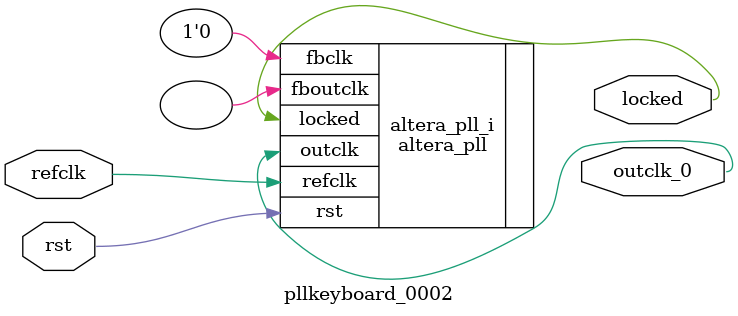
<source format=v>
`timescale 1ns/10ps
module  pllkeyboard_0002(

	// interface 'refclk'
	input wire refclk,

	// interface 'reset'
	input wire rst,

	// interface 'outclk0'
	output wire outclk_0,

	// interface 'locked'
	output wire locked
);

	altera_pll #(
		.fractional_vco_multiplier("false"),
		.reference_clock_frequency("50.0 MHz"),
		.operation_mode("direct"),
		.number_of_clocks(1),
		.output_clock_frequency0("50.000000 MHz"),
		.phase_shift0("0 ps"),
		.duty_cycle0(50),
		.output_clock_frequency1("0 MHz"),
		.phase_shift1("0 ps"),
		.duty_cycle1(50),
		.output_clock_frequency2("0 MHz"),
		.phase_shift2("0 ps"),
		.duty_cycle2(50),
		.output_clock_frequency3("0 MHz"),
		.phase_shift3("0 ps"),
		.duty_cycle3(50),
		.output_clock_frequency4("0 MHz"),
		.phase_shift4("0 ps"),
		.duty_cycle4(50),
		.output_clock_frequency5("0 MHz"),
		.phase_shift5("0 ps"),
		.duty_cycle5(50),
		.output_clock_frequency6("0 MHz"),
		.phase_shift6("0 ps"),
		.duty_cycle6(50),
		.output_clock_frequency7("0 MHz"),
		.phase_shift7("0 ps"),
		.duty_cycle7(50),
		.output_clock_frequency8("0 MHz"),
		.phase_shift8("0 ps"),
		.duty_cycle8(50),
		.output_clock_frequency9("0 MHz"),
		.phase_shift9("0 ps"),
		.duty_cycle9(50),
		.output_clock_frequency10("0 MHz"),
		.phase_shift10("0 ps"),
		.duty_cycle10(50),
		.output_clock_frequency11("0 MHz"),
		.phase_shift11("0 ps"),
		.duty_cycle11(50),
		.output_clock_frequency12("0 MHz"),
		.phase_shift12("0 ps"),
		.duty_cycle12(50),
		.output_clock_frequency13("0 MHz"),
		.phase_shift13("0 ps"),
		.duty_cycle13(50),
		.output_clock_frequency14("0 MHz"),
		.phase_shift14("0 ps"),
		.duty_cycle14(50),
		.output_clock_frequency15("0 MHz"),
		.phase_shift15("0 ps"),
		.duty_cycle15(50),
		.output_clock_frequency16("0 MHz"),
		.phase_shift16("0 ps"),
		.duty_cycle16(50),
		.output_clock_frequency17("0 MHz"),
		.phase_shift17("0 ps"),
		.duty_cycle17(50),
		.pll_type("General"),
		.pll_subtype("General")
	) altera_pll_i (
		.rst	(rst),
		.outclk	({outclk_0}),
		.locked	(locked),
		.fboutclk	( ),
		.fbclk	(1'b0),
		.refclk	(refclk)
	);
endmodule


</source>
